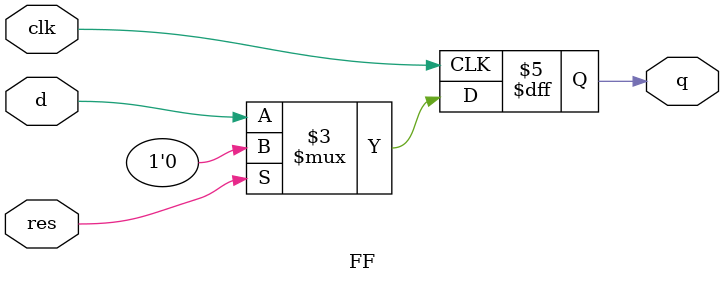
<source format=v>
`timescale 1ns / 1ps



module Register (input res, input clk, input [31:0] a, input load, output [31:0]out);
genvar i;
wire[31:0] d;

generate 
    for( i = 0; i <= 31; i=i+1 ) begin :loop
       Mux2x1 mux (out[i], a[i], load, d[i]);
       FF ff(res, clk, d[i], out[i]);
    end
endgenerate

endmodule



module FF(input res, input clk, input d, output reg q );

always @(posedge clk)
 begin
 if(res)
    q<=0;
  else 
    q<=d;
  end
 
endmodule
 
 

</source>
